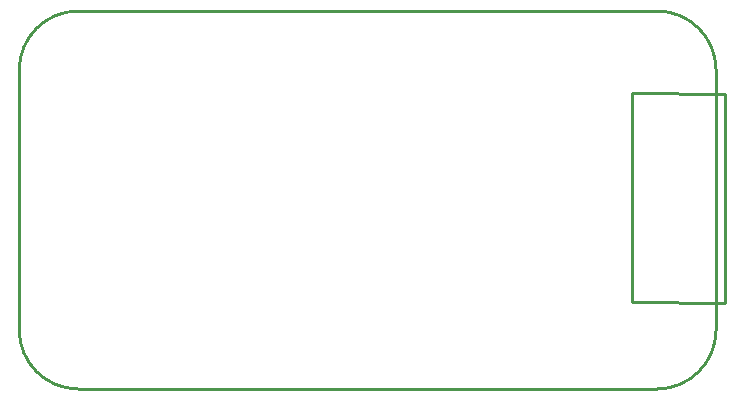
<source format=gko>
G04 Layer: BoardOutline*
G04 EasyEDA v6.4.25, 2021-12-01T16:26:12+03:00*
G04 b03321441de44a4fabc515ecf1a05e19,10*
G04 Gerber Generator version 0.2*
G04 Scale: 100 percent, Rotated: No, Reflected: No *
G04 Dimensions in millimeters *
G04 leading zeros omitted , absolute positions ,4 integer and 5 decimal *
%FSLAX45Y45*%
%MOMM*%

%ADD10C,0.2540*%
D10*
X2450000Y-1599999D02*
G01*
X-2450000Y-1599999D01*
X-2450000Y1599999D02*
G01*
X2450000Y1599999D01*
X-2949999Y-1100000D02*
G01*
X-2949999Y1100000D01*
X2949999Y1100000D02*
G01*
X2949999Y-1100000D01*
G75*
G01*
X2450000Y1599999D02*
G02*
X2949999Y1100000I0J-499999D01*
G75*
G01*
X2949999Y-1100000D02*
G02*
X2450000Y-1599999I-499999J0D01*
G75*
G01*
X-2450000Y-1599999D02*
G02*
X-2949999Y-1100000I0J499999D01*
G75*
G01*
X-2949999Y1100000D02*
G02*
X-2450000Y1599999I499999J0D01*
X3022600Y895350D02*
G01*
X2235200Y901700D01*
X2235200Y901700D02*
G01*
X2235200Y-863600D01*
X2235200Y-863600D02*
G01*
X3022600Y-869950D01*
X3022600Y-869950D02*
G01*
X3022600Y895350D01*

%LPD*%
M02*

</source>
